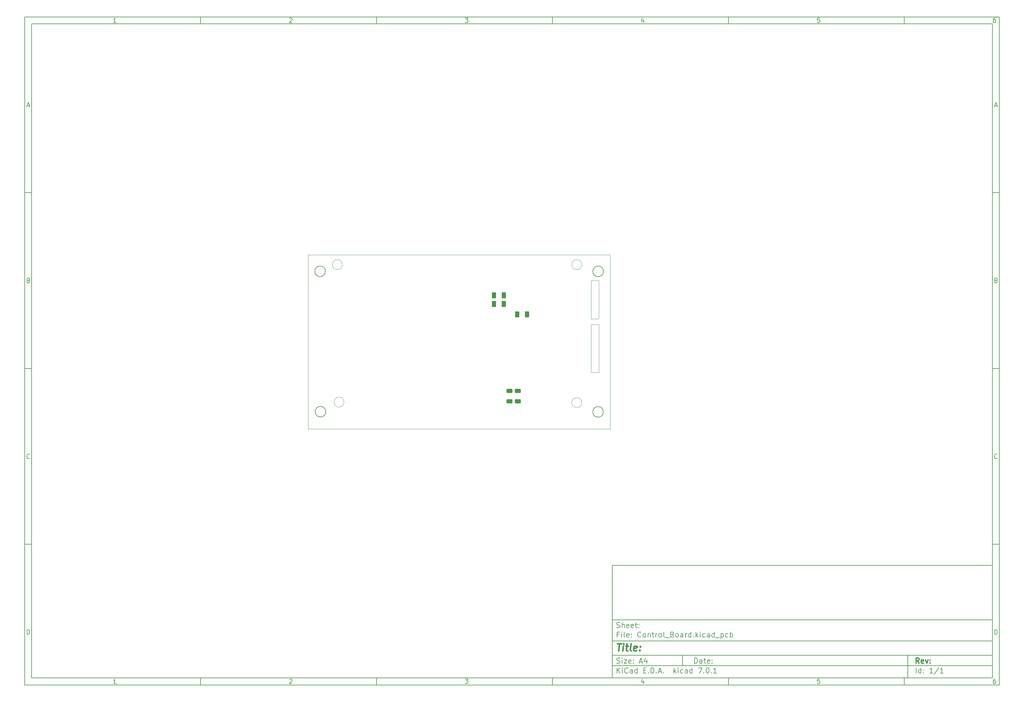
<source format=gbr>
%TF.GenerationSoftware,KiCad,Pcbnew,7.0.1*%
%TF.CreationDate,2023-11-03T16:51:15+00:00*%
%TF.ProjectId,Control_Board,436f6e74-726f-46c5-9f42-6f6172642e6b,rev?*%
%TF.SameCoordinates,Original*%
%TF.FileFunction,Paste,Bot*%
%TF.FilePolarity,Positive*%
%FSLAX45Y45*%
G04 Gerber Fmt 4.5, Leading zero omitted, Abs format (unit mm)*
G04 Created by KiCad (PCBNEW 7.0.1) date 2023-11-03 16:51:15*
%MOMM*%
%LPD*%
G01*
G04 APERTURE LIST*
G04 Aperture macros list*
%AMRoundRect*
0 Rectangle with rounded corners*
0 $1 Rounding radius*
0 $2 $3 $4 $5 $6 $7 $8 $9 X,Y pos of 4 corners*
0 Add a 4 corners polygon primitive as box body*
4,1,4,$2,$3,$4,$5,$6,$7,$8,$9,$2,$3,0*
0 Add four circle primitives for the rounded corners*
1,1,$1+$1,$2,$3*
1,1,$1+$1,$4,$5*
1,1,$1+$1,$6,$7*
1,1,$1+$1,$8,$9*
0 Add four rect primitives between the rounded corners*
20,1,$1+$1,$2,$3,$4,$5,0*
20,1,$1+$1,$4,$5,$6,$7,0*
20,1,$1+$1,$6,$7,$8,$9,0*
20,1,$1+$1,$8,$9,$2,$3,0*%
G04 Aperture macros list end*
%ADD10C,0.100000*%
%ADD11C,0.150000*%
%ADD12C,0.300000*%
%ADD13C,0.400000*%
%ADD14RoundRect,0.250000X-0.625000X0.312500X-0.625000X-0.312500X0.625000X-0.312500X0.625000X0.312500X0*%
%ADD15RoundRect,0.250000X-0.375000X-0.625000X0.375000X-0.625000X0.375000X0.625000X-0.375000X0.625000X0*%
%ADD16RoundRect,0.250000X0.625000X-0.312500X0.625000X0.312500X-0.625000X0.312500X-0.625000X-0.312500X0*%
%TA.AperFunction,Profile*%
%ADD17C,0.200000*%
%TD*%
%TA.AperFunction,Profile*%
%ADD18C,0.100000*%
%TD*%
G04 APERTURE END LIST*
D10*
D11*
X17700220Y-16600720D02*
X28500220Y-16600720D01*
X28500220Y-19800720D01*
X17700220Y-19800720D01*
X17700220Y-16600720D01*
D10*
D11*
X1000000Y-1000000D02*
X28700220Y-1000000D01*
X28700220Y-20000720D01*
X1000000Y-20000720D01*
X1000000Y-1000000D01*
D10*
D11*
X1200000Y-1200000D02*
X28500220Y-1200000D01*
X28500220Y-19800720D01*
X1200000Y-19800720D01*
X1200000Y-1200000D01*
D10*
D11*
X6000000Y-1200000D02*
X6000000Y-1000000D01*
D10*
D11*
X11000000Y-1200000D02*
X11000000Y-1000000D01*
D10*
D11*
X16000000Y-1200000D02*
X16000000Y-1000000D01*
D10*
D11*
X21000000Y-1200000D02*
X21000000Y-1000000D01*
D10*
D11*
X26000000Y-1200000D02*
X26000000Y-1000000D01*
D10*
D11*
X3599048Y-1160140D02*
X3524762Y-1160140D01*
X3561905Y-1160140D02*
X3561905Y-1030140D01*
X3561905Y-1030140D02*
X3549524Y-1048712D01*
X3549524Y-1048712D02*
X3537143Y-1061093D01*
X3537143Y-1061093D02*
X3524762Y-1067283D01*
D10*
D11*
X8524762Y-1042521D02*
X8530952Y-1036331D01*
X8530952Y-1036331D02*
X8543333Y-1030140D01*
X8543333Y-1030140D02*
X8574286Y-1030140D01*
X8574286Y-1030140D02*
X8586667Y-1036331D01*
X8586667Y-1036331D02*
X8592857Y-1042521D01*
X8592857Y-1042521D02*
X8599048Y-1054902D01*
X8599048Y-1054902D02*
X8599048Y-1067283D01*
X8599048Y-1067283D02*
X8592857Y-1085855D01*
X8592857Y-1085855D02*
X8518571Y-1160140D01*
X8518571Y-1160140D02*
X8599048Y-1160140D01*
D10*
D11*
X13518571Y-1030140D02*
X13599048Y-1030140D01*
X13599048Y-1030140D02*
X13555714Y-1079664D01*
X13555714Y-1079664D02*
X13574286Y-1079664D01*
X13574286Y-1079664D02*
X13586667Y-1085855D01*
X13586667Y-1085855D02*
X13592857Y-1092045D01*
X13592857Y-1092045D02*
X13599048Y-1104426D01*
X13599048Y-1104426D02*
X13599048Y-1135379D01*
X13599048Y-1135379D02*
X13592857Y-1147760D01*
X13592857Y-1147760D02*
X13586667Y-1153950D01*
X13586667Y-1153950D02*
X13574286Y-1160140D01*
X13574286Y-1160140D02*
X13537143Y-1160140D01*
X13537143Y-1160140D02*
X13524762Y-1153950D01*
X13524762Y-1153950D02*
X13518571Y-1147760D01*
D10*
D11*
X18586667Y-1073474D02*
X18586667Y-1160140D01*
X18555714Y-1023950D02*
X18524762Y-1116807D01*
X18524762Y-1116807D02*
X18605238Y-1116807D01*
D10*
D11*
X23592857Y-1030140D02*
X23530952Y-1030140D01*
X23530952Y-1030140D02*
X23524762Y-1092045D01*
X23524762Y-1092045D02*
X23530952Y-1085855D01*
X23530952Y-1085855D02*
X23543333Y-1079664D01*
X23543333Y-1079664D02*
X23574286Y-1079664D01*
X23574286Y-1079664D02*
X23586667Y-1085855D01*
X23586667Y-1085855D02*
X23592857Y-1092045D01*
X23592857Y-1092045D02*
X23599048Y-1104426D01*
X23599048Y-1104426D02*
X23599048Y-1135379D01*
X23599048Y-1135379D02*
X23592857Y-1147760D01*
X23592857Y-1147760D02*
X23586667Y-1153950D01*
X23586667Y-1153950D02*
X23574286Y-1160140D01*
X23574286Y-1160140D02*
X23543333Y-1160140D01*
X23543333Y-1160140D02*
X23530952Y-1153950D01*
X23530952Y-1153950D02*
X23524762Y-1147760D01*
D10*
D11*
X28586667Y-1030140D02*
X28561905Y-1030140D01*
X28561905Y-1030140D02*
X28549524Y-1036331D01*
X28549524Y-1036331D02*
X28543333Y-1042521D01*
X28543333Y-1042521D02*
X28530952Y-1061093D01*
X28530952Y-1061093D02*
X28524762Y-1085855D01*
X28524762Y-1085855D02*
X28524762Y-1135379D01*
X28524762Y-1135379D02*
X28530952Y-1147760D01*
X28530952Y-1147760D02*
X28537143Y-1153950D01*
X28537143Y-1153950D02*
X28549524Y-1160140D01*
X28549524Y-1160140D02*
X28574286Y-1160140D01*
X28574286Y-1160140D02*
X28586667Y-1153950D01*
X28586667Y-1153950D02*
X28592857Y-1147760D01*
X28592857Y-1147760D02*
X28599048Y-1135379D01*
X28599048Y-1135379D02*
X28599048Y-1104426D01*
X28599048Y-1104426D02*
X28592857Y-1092045D01*
X28592857Y-1092045D02*
X28586667Y-1085855D01*
X28586667Y-1085855D02*
X28574286Y-1079664D01*
X28574286Y-1079664D02*
X28549524Y-1079664D01*
X28549524Y-1079664D02*
X28537143Y-1085855D01*
X28537143Y-1085855D02*
X28530952Y-1092045D01*
X28530952Y-1092045D02*
X28524762Y-1104426D01*
D10*
D11*
X6000000Y-19800720D02*
X6000000Y-20000720D01*
D10*
D11*
X11000000Y-19800720D02*
X11000000Y-20000720D01*
D10*
D11*
X16000000Y-19800720D02*
X16000000Y-20000720D01*
D10*
D11*
X21000000Y-19800720D02*
X21000000Y-20000720D01*
D10*
D11*
X26000000Y-19800720D02*
X26000000Y-20000720D01*
D10*
D11*
X3599048Y-19960860D02*
X3524762Y-19960860D01*
X3561905Y-19960860D02*
X3561905Y-19830860D01*
X3561905Y-19830860D02*
X3549524Y-19849432D01*
X3549524Y-19849432D02*
X3537143Y-19861813D01*
X3537143Y-19861813D02*
X3524762Y-19868003D01*
D10*
D11*
X8524762Y-19843241D02*
X8530952Y-19837051D01*
X8530952Y-19837051D02*
X8543333Y-19830860D01*
X8543333Y-19830860D02*
X8574286Y-19830860D01*
X8574286Y-19830860D02*
X8586667Y-19837051D01*
X8586667Y-19837051D02*
X8592857Y-19843241D01*
X8592857Y-19843241D02*
X8599048Y-19855622D01*
X8599048Y-19855622D02*
X8599048Y-19868003D01*
X8599048Y-19868003D02*
X8592857Y-19886575D01*
X8592857Y-19886575D02*
X8518571Y-19960860D01*
X8518571Y-19960860D02*
X8599048Y-19960860D01*
D10*
D11*
X13518571Y-19830860D02*
X13599048Y-19830860D01*
X13599048Y-19830860D02*
X13555714Y-19880384D01*
X13555714Y-19880384D02*
X13574286Y-19880384D01*
X13574286Y-19880384D02*
X13586667Y-19886575D01*
X13586667Y-19886575D02*
X13592857Y-19892765D01*
X13592857Y-19892765D02*
X13599048Y-19905146D01*
X13599048Y-19905146D02*
X13599048Y-19936099D01*
X13599048Y-19936099D02*
X13592857Y-19948480D01*
X13592857Y-19948480D02*
X13586667Y-19954670D01*
X13586667Y-19954670D02*
X13574286Y-19960860D01*
X13574286Y-19960860D02*
X13537143Y-19960860D01*
X13537143Y-19960860D02*
X13524762Y-19954670D01*
X13524762Y-19954670D02*
X13518571Y-19948480D01*
D10*
D11*
X18586667Y-19874194D02*
X18586667Y-19960860D01*
X18555714Y-19824670D02*
X18524762Y-19917527D01*
X18524762Y-19917527D02*
X18605238Y-19917527D01*
D10*
D11*
X23592857Y-19830860D02*
X23530952Y-19830860D01*
X23530952Y-19830860D02*
X23524762Y-19892765D01*
X23524762Y-19892765D02*
X23530952Y-19886575D01*
X23530952Y-19886575D02*
X23543333Y-19880384D01*
X23543333Y-19880384D02*
X23574286Y-19880384D01*
X23574286Y-19880384D02*
X23586667Y-19886575D01*
X23586667Y-19886575D02*
X23592857Y-19892765D01*
X23592857Y-19892765D02*
X23599048Y-19905146D01*
X23599048Y-19905146D02*
X23599048Y-19936099D01*
X23599048Y-19936099D02*
X23592857Y-19948480D01*
X23592857Y-19948480D02*
X23586667Y-19954670D01*
X23586667Y-19954670D02*
X23574286Y-19960860D01*
X23574286Y-19960860D02*
X23543333Y-19960860D01*
X23543333Y-19960860D02*
X23530952Y-19954670D01*
X23530952Y-19954670D02*
X23524762Y-19948480D01*
D10*
D11*
X28586667Y-19830860D02*
X28561905Y-19830860D01*
X28561905Y-19830860D02*
X28549524Y-19837051D01*
X28549524Y-19837051D02*
X28543333Y-19843241D01*
X28543333Y-19843241D02*
X28530952Y-19861813D01*
X28530952Y-19861813D02*
X28524762Y-19886575D01*
X28524762Y-19886575D02*
X28524762Y-19936099D01*
X28524762Y-19936099D02*
X28530952Y-19948480D01*
X28530952Y-19948480D02*
X28537143Y-19954670D01*
X28537143Y-19954670D02*
X28549524Y-19960860D01*
X28549524Y-19960860D02*
X28574286Y-19960860D01*
X28574286Y-19960860D02*
X28586667Y-19954670D01*
X28586667Y-19954670D02*
X28592857Y-19948480D01*
X28592857Y-19948480D02*
X28599048Y-19936099D01*
X28599048Y-19936099D02*
X28599048Y-19905146D01*
X28599048Y-19905146D02*
X28592857Y-19892765D01*
X28592857Y-19892765D02*
X28586667Y-19886575D01*
X28586667Y-19886575D02*
X28574286Y-19880384D01*
X28574286Y-19880384D02*
X28549524Y-19880384D01*
X28549524Y-19880384D02*
X28537143Y-19886575D01*
X28537143Y-19886575D02*
X28530952Y-19892765D01*
X28530952Y-19892765D02*
X28524762Y-19905146D01*
D10*
D11*
X1000000Y-6000000D02*
X1200000Y-6000000D01*
D10*
D11*
X1000000Y-11000000D02*
X1200000Y-11000000D01*
D10*
D11*
X1000000Y-16000000D02*
X1200000Y-16000000D01*
D10*
D11*
X1069048Y-3522998D02*
X1130952Y-3522998D01*
X1056667Y-3560140D02*
X1100000Y-3430140D01*
X1100000Y-3430140D02*
X1143333Y-3560140D01*
D10*
D11*
X1109286Y-8492045D02*
X1127857Y-8498236D01*
X1127857Y-8498236D02*
X1134048Y-8504426D01*
X1134048Y-8504426D02*
X1140238Y-8516807D01*
X1140238Y-8516807D02*
X1140238Y-8535379D01*
X1140238Y-8535379D02*
X1134048Y-8547760D01*
X1134048Y-8547760D02*
X1127857Y-8553950D01*
X1127857Y-8553950D02*
X1115476Y-8560140D01*
X1115476Y-8560140D02*
X1065952Y-8560140D01*
X1065952Y-8560140D02*
X1065952Y-8430140D01*
X1065952Y-8430140D02*
X1109286Y-8430140D01*
X1109286Y-8430140D02*
X1121667Y-8436331D01*
X1121667Y-8436331D02*
X1127857Y-8442521D01*
X1127857Y-8442521D02*
X1134048Y-8454902D01*
X1134048Y-8454902D02*
X1134048Y-8467283D01*
X1134048Y-8467283D02*
X1127857Y-8479664D01*
X1127857Y-8479664D02*
X1121667Y-8485855D01*
X1121667Y-8485855D02*
X1109286Y-8492045D01*
X1109286Y-8492045D02*
X1065952Y-8492045D01*
D10*
D11*
X1140238Y-13547759D02*
X1134048Y-13553950D01*
X1134048Y-13553950D02*
X1115476Y-13560140D01*
X1115476Y-13560140D02*
X1103095Y-13560140D01*
X1103095Y-13560140D02*
X1084524Y-13553950D01*
X1084524Y-13553950D02*
X1072143Y-13541569D01*
X1072143Y-13541569D02*
X1065952Y-13529188D01*
X1065952Y-13529188D02*
X1059762Y-13504426D01*
X1059762Y-13504426D02*
X1059762Y-13485855D01*
X1059762Y-13485855D02*
X1065952Y-13461093D01*
X1065952Y-13461093D02*
X1072143Y-13448712D01*
X1072143Y-13448712D02*
X1084524Y-13436331D01*
X1084524Y-13436331D02*
X1103095Y-13430140D01*
X1103095Y-13430140D02*
X1115476Y-13430140D01*
X1115476Y-13430140D02*
X1134048Y-13436331D01*
X1134048Y-13436331D02*
X1140238Y-13442521D01*
D10*
D11*
X1065952Y-18560140D02*
X1065952Y-18430140D01*
X1065952Y-18430140D02*
X1096905Y-18430140D01*
X1096905Y-18430140D02*
X1115476Y-18436331D01*
X1115476Y-18436331D02*
X1127857Y-18448712D01*
X1127857Y-18448712D02*
X1134048Y-18461093D01*
X1134048Y-18461093D02*
X1140238Y-18485855D01*
X1140238Y-18485855D02*
X1140238Y-18504426D01*
X1140238Y-18504426D02*
X1134048Y-18529188D01*
X1134048Y-18529188D02*
X1127857Y-18541569D01*
X1127857Y-18541569D02*
X1115476Y-18553950D01*
X1115476Y-18553950D02*
X1096905Y-18560140D01*
X1096905Y-18560140D02*
X1065952Y-18560140D01*
D10*
D11*
X28700220Y-6000000D02*
X28500220Y-6000000D01*
D10*
D11*
X28700220Y-11000000D02*
X28500220Y-11000000D01*
D10*
D11*
X28700220Y-16000000D02*
X28500220Y-16000000D01*
D10*
D11*
X28569268Y-3522998D02*
X28631172Y-3522998D01*
X28556887Y-3560140D02*
X28600220Y-3430140D01*
X28600220Y-3430140D02*
X28643553Y-3560140D01*
D10*
D11*
X28609506Y-8492045D02*
X28628077Y-8498236D01*
X28628077Y-8498236D02*
X28634268Y-8504426D01*
X28634268Y-8504426D02*
X28640458Y-8516807D01*
X28640458Y-8516807D02*
X28640458Y-8535379D01*
X28640458Y-8535379D02*
X28634268Y-8547760D01*
X28634268Y-8547760D02*
X28628077Y-8553950D01*
X28628077Y-8553950D02*
X28615696Y-8560140D01*
X28615696Y-8560140D02*
X28566172Y-8560140D01*
X28566172Y-8560140D02*
X28566172Y-8430140D01*
X28566172Y-8430140D02*
X28609506Y-8430140D01*
X28609506Y-8430140D02*
X28621887Y-8436331D01*
X28621887Y-8436331D02*
X28628077Y-8442521D01*
X28628077Y-8442521D02*
X28634268Y-8454902D01*
X28634268Y-8454902D02*
X28634268Y-8467283D01*
X28634268Y-8467283D02*
X28628077Y-8479664D01*
X28628077Y-8479664D02*
X28621887Y-8485855D01*
X28621887Y-8485855D02*
X28609506Y-8492045D01*
X28609506Y-8492045D02*
X28566172Y-8492045D01*
D10*
D11*
X28640458Y-13547759D02*
X28634268Y-13553950D01*
X28634268Y-13553950D02*
X28615696Y-13560140D01*
X28615696Y-13560140D02*
X28603315Y-13560140D01*
X28603315Y-13560140D02*
X28584744Y-13553950D01*
X28584744Y-13553950D02*
X28572363Y-13541569D01*
X28572363Y-13541569D02*
X28566172Y-13529188D01*
X28566172Y-13529188D02*
X28559982Y-13504426D01*
X28559982Y-13504426D02*
X28559982Y-13485855D01*
X28559982Y-13485855D02*
X28566172Y-13461093D01*
X28566172Y-13461093D02*
X28572363Y-13448712D01*
X28572363Y-13448712D02*
X28584744Y-13436331D01*
X28584744Y-13436331D02*
X28603315Y-13430140D01*
X28603315Y-13430140D02*
X28615696Y-13430140D01*
X28615696Y-13430140D02*
X28634268Y-13436331D01*
X28634268Y-13436331D02*
X28640458Y-13442521D01*
D10*
D11*
X28566172Y-18560140D02*
X28566172Y-18430140D01*
X28566172Y-18430140D02*
X28597125Y-18430140D01*
X28597125Y-18430140D02*
X28615696Y-18436331D01*
X28615696Y-18436331D02*
X28628077Y-18448712D01*
X28628077Y-18448712D02*
X28634268Y-18461093D01*
X28634268Y-18461093D02*
X28640458Y-18485855D01*
X28640458Y-18485855D02*
X28640458Y-18504426D01*
X28640458Y-18504426D02*
X28634268Y-18529188D01*
X28634268Y-18529188D02*
X28628077Y-18541569D01*
X28628077Y-18541569D02*
X28615696Y-18553950D01*
X28615696Y-18553950D02*
X28597125Y-18560140D01*
X28597125Y-18560140D02*
X28566172Y-18560140D01*
D10*
D11*
X20035934Y-19380113D02*
X20035934Y-19230113D01*
X20035934Y-19230113D02*
X20071649Y-19230113D01*
X20071649Y-19230113D02*
X20093077Y-19237256D01*
X20093077Y-19237256D02*
X20107363Y-19251541D01*
X20107363Y-19251541D02*
X20114506Y-19265827D01*
X20114506Y-19265827D02*
X20121649Y-19294399D01*
X20121649Y-19294399D02*
X20121649Y-19315827D01*
X20121649Y-19315827D02*
X20114506Y-19344399D01*
X20114506Y-19344399D02*
X20107363Y-19358684D01*
X20107363Y-19358684D02*
X20093077Y-19372970D01*
X20093077Y-19372970D02*
X20071649Y-19380113D01*
X20071649Y-19380113D02*
X20035934Y-19380113D01*
X20250220Y-19380113D02*
X20250220Y-19301541D01*
X20250220Y-19301541D02*
X20243077Y-19287256D01*
X20243077Y-19287256D02*
X20228791Y-19280113D01*
X20228791Y-19280113D02*
X20200220Y-19280113D01*
X20200220Y-19280113D02*
X20185934Y-19287256D01*
X20250220Y-19372970D02*
X20235934Y-19380113D01*
X20235934Y-19380113D02*
X20200220Y-19380113D01*
X20200220Y-19380113D02*
X20185934Y-19372970D01*
X20185934Y-19372970D02*
X20178791Y-19358684D01*
X20178791Y-19358684D02*
X20178791Y-19344399D01*
X20178791Y-19344399D02*
X20185934Y-19330113D01*
X20185934Y-19330113D02*
X20200220Y-19322970D01*
X20200220Y-19322970D02*
X20235934Y-19322970D01*
X20235934Y-19322970D02*
X20250220Y-19315827D01*
X20300220Y-19280113D02*
X20357363Y-19280113D01*
X20321649Y-19230113D02*
X20321649Y-19358684D01*
X20321649Y-19358684D02*
X20328791Y-19372970D01*
X20328791Y-19372970D02*
X20343077Y-19380113D01*
X20343077Y-19380113D02*
X20357363Y-19380113D01*
X20464506Y-19372970D02*
X20450220Y-19380113D01*
X20450220Y-19380113D02*
X20421649Y-19380113D01*
X20421649Y-19380113D02*
X20407363Y-19372970D01*
X20407363Y-19372970D02*
X20400220Y-19358684D01*
X20400220Y-19358684D02*
X20400220Y-19301541D01*
X20400220Y-19301541D02*
X20407363Y-19287256D01*
X20407363Y-19287256D02*
X20421649Y-19280113D01*
X20421649Y-19280113D02*
X20450220Y-19280113D01*
X20450220Y-19280113D02*
X20464506Y-19287256D01*
X20464506Y-19287256D02*
X20471649Y-19301541D01*
X20471649Y-19301541D02*
X20471649Y-19315827D01*
X20471649Y-19315827D02*
X20400220Y-19330113D01*
X20535934Y-19365827D02*
X20543077Y-19372970D01*
X20543077Y-19372970D02*
X20535934Y-19380113D01*
X20535934Y-19380113D02*
X20528791Y-19372970D01*
X20528791Y-19372970D02*
X20535934Y-19365827D01*
X20535934Y-19365827D02*
X20535934Y-19380113D01*
X20535934Y-19287256D02*
X20543077Y-19294399D01*
X20543077Y-19294399D02*
X20535934Y-19301541D01*
X20535934Y-19301541D02*
X20528791Y-19294399D01*
X20528791Y-19294399D02*
X20535934Y-19287256D01*
X20535934Y-19287256D02*
X20535934Y-19301541D01*
D10*
D11*
X17700220Y-19450720D02*
X28500220Y-19450720D01*
D10*
D11*
X17835934Y-19660113D02*
X17835934Y-19510113D01*
X17921649Y-19660113D02*
X17857363Y-19574399D01*
X17921649Y-19510113D02*
X17835934Y-19595827D01*
X17985934Y-19660113D02*
X17985934Y-19560113D01*
X17985934Y-19510113D02*
X17978791Y-19517256D01*
X17978791Y-19517256D02*
X17985934Y-19524399D01*
X17985934Y-19524399D02*
X17993077Y-19517256D01*
X17993077Y-19517256D02*
X17985934Y-19510113D01*
X17985934Y-19510113D02*
X17985934Y-19524399D01*
X18143077Y-19645827D02*
X18135934Y-19652970D01*
X18135934Y-19652970D02*
X18114506Y-19660113D01*
X18114506Y-19660113D02*
X18100220Y-19660113D01*
X18100220Y-19660113D02*
X18078791Y-19652970D01*
X18078791Y-19652970D02*
X18064506Y-19638684D01*
X18064506Y-19638684D02*
X18057363Y-19624399D01*
X18057363Y-19624399D02*
X18050220Y-19595827D01*
X18050220Y-19595827D02*
X18050220Y-19574399D01*
X18050220Y-19574399D02*
X18057363Y-19545827D01*
X18057363Y-19545827D02*
X18064506Y-19531541D01*
X18064506Y-19531541D02*
X18078791Y-19517256D01*
X18078791Y-19517256D02*
X18100220Y-19510113D01*
X18100220Y-19510113D02*
X18114506Y-19510113D01*
X18114506Y-19510113D02*
X18135934Y-19517256D01*
X18135934Y-19517256D02*
X18143077Y-19524399D01*
X18271649Y-19660113D02*
X18271649Y-19581541D01*
X18271649Y-19581541D02*
X18264506Y-19567256D01*
X18264506Y-19567256D02*
X18250220Y-19560113D01*
X18250220Y-19560113D02*
X18221649Y-19560113D01*
X18221649Y-19560113D02*
X18207363Y-19567256D01*
X18271649Y-19652970D02*
X18257363Y-19660113D01*
X18257363Y-19660113D02*
X18221649Y-19660113D01*
X18221649Y-19660113D02*
X18207363Y-19652970D01*
X18207363Y-19652970D02*
X18200220Y-19638684D01*
X18200220Y-19638684D02*
X18200220Y-19624399D01*
X18200220Y-19624399D02*
X18207363Y-19610113D01*
X18207363Y-19610113D02*
X18221649Y-19602970D01*
X18221649Y-19602970D02*
X18257363Y-19602970D01*
X18257363Y-19602970D02*
X18271649Y-19595827D01*
X18407363Y-19660113D02*
X18407363Y-19510113D01*
X18407363Y-19652970D02*
X18393077Y-19660113D01*
X18393077Y-19660113D02*
X18364506Y-19660113D01*
X18364506Y-19660113D02*
X18350220Y-19652970D01*
X18350220Y-19652970D02*
X18343077Y-19645827D01*
X18343077Y-19645827D02*
X18335934Y-19631541D01*
X18335934Y-19631541D02*
X18335934Y-19588684D01*
X18335934Y-19588684D02*
X18343077Y-19574399D01*
X18343077Y-19574399D02*
X18350220Y-19567256D01*
X18350220Y-19567256D02*
X18364506Y-19560113D01*
X18364506Y-19560113D02*
X18393077Y-19560113D01*
X18393077Y-19560113D02*
X18407363Y-19567256D01*
X18593077Y-19581541D02*
X18643077Y-19581541D01*
X18664506Y-19660113D02*
X18593077Y-19660113D01*
X18593077Y-19660113D02*
X18593077Y-19510113D01*
X18593077Y-19510113D02*
X18664506Y-19510113D01*
X18728791Y-19645827D02*
X18735934Y-19652970D01*
X18735934Y-19652970D02*
X18728791Y-19660113D01*
X18728791Y-19660113D02*
X18721649Y-19652970D01*
X18721649Y-19652970D02*
X18728791Y-19645827D01*
X18728791Y-19645827D02*
X18728791Y-19660113D01*
X18800220Y-19660113D02*
X18800220Y-19510113D01*
X18800220Y-19510113D02*
X18835934Y-19510113D01*
X18835934Y-19510113D02*
X18857363Y-19517256D01*
X18857363Y-19517256D02*
X18871649Y-19531541D01*
X18871649Y-19531541D02*
X18878792Y-19545827D01*
X18878792Y-19545827D02*
X18885934Y-19574399D01*
X18885934Y-19574399D02*
X18885934Y-19595827D01*
X18885934Y-19595827D02*
X18878792Y-19624399D01*
X18878792Y-19624399D02*
X18871649Y-19638684D01*
X18871649Y-19638684D02*
X18857363Y-19652970D01*
X18857363Y-19652970D02*
X18835934Y-19660113D01*
X18835934Y-19660113D02*
X18800220Y-19660113D01*
X18950220Y-19645827D02*
X18957363Y-19652970D01*
X18957363Y-19652970D02*
X18950220Y-19660113D01*
X18950220Y-19660113D02*
X18943077Y-19652970D01*
X18943077Y-19652970D02*
X18950220Y-19645827D01*
X18950220Y-19645827D02*
X18950220Y-19660113D01*
X19014506Y-19617256D02*
X19085934Y-19617256D01*
X19000220Y-19660113D02*
X19050220Y-19510113D01*
X19050220Y-19510113D02*
X19100220Y-19660113D01*
X19150220Y-19645827D02*
X19157363Y-19652970D01*
X19157363Y-19652970D02*
X19150220Y-19660113D01*
X19150220Y-19660113D02*
X19143077Y-19652970D01*
X19143077Y-19652970D02*
X19150220Y-19645827D01*
X19150220Y-19645827D02*
X19150220Y-19660113D01*
X19450220Y-19660113D02*
X19450220Y-19510113D01*
X19464506Y-19602970D02*
X19507363Y-19660113D01*
X19507363Y-19560113D02*
X19450220Y-19617256D01*
X19571649Y-19660113D02*
X19571649Y-19560113D01*
X19571649Y-19510113D02*
X19564506Y-19517256D01*
X19564506Y-19517256D02*
X19571649Y-19524399D01*
X19571649Y-19524399D02*
X19578792Y-19517256D01*
X19578792Y-19517256D02*
X19571649Y-19510113D01*
X19571649Y-19510113D02*
X19571649Y-19524399D01*
X19707363Y-19652970D02*
X19693077Y-19660113D01*
X19693077Y-19660113D02*
X19664506Y-19660113D01*
X19664506Y-19660113D02*
X19650220Y-19652970D01*
X19650220Y-19652970D02*
X19643077Y-19645827D01*
X19643077Y-19645827D02*
X19635934Y-19631541D01*
X19635934Y-19631541D02*
X19635934Y-19588684D01*
X19635934Y-19588684D02*
X19643077Y-19574399D01*
X19643077Y-19574399D02*
X19650220Y-19567256D01*
X19650220Y-19567256D02*
X19664506Y-19560113D01*
X19664506Y-19560113D02*
X19693077Y-19560113D01*
X19693077Y-19560113D02*
X19707363Y-19567256D01*
X19835934Y-19660113D02*
X19835934Y-19581541D01*
X19835934Y-19581541D02*
X19828792Y-19567256D01*
X19828792Y-19567256D02*
X19814506Y-19560113D01*
X19814506Y-19560113D02*
X19785934Y-19560113D01*
X19785934Y-19560113D02*
X19771649Y-19567256D01*
X19835934Y-19652970D02*
X19821649Y-19660113D01*
X19821649Y-19660113D02*
X19785934Y-19660113D01*
X19785934Y-19660113D02*
X19771649Y-19652970D01*
X19771649Y-19652970D02*
X19764506Y-19638684D01*
X19764506Y-19638684D02*
X19764506Y-19624399D01*
X19764506Y-19624399D02*
X19771649Y-19610113D01*
X19771649Y-19610113D02*
X19785934Y-19602970D01*
X19785934Y-19602970D02*
X19821649Y-19602970D01*
X19821649Y-19602970D02*
X19835934Y-19595827D01*
X19971649Y-19660113D02*
X19971649Y-19510113D01*
X19971649Y-19652970D02*
X19957363Y-19660113D01*
X19957363Y-19660113D02*
X19928792Y-19660113D01*
X19928792Y-19660113D02*
X19914506Y-19652970D01*
X19914506Y-19652970D02*
X19907363Y-19645827D01*
X19907363Y-19645827D02*
X19900220Y-19631541D01*
X19900220Y-19631541D02*
X19900220Y-19588684D01*
X19900220Y-19588684D02*
X19907363Y-19574399D01*
X19907363Y-19574399D02*
X19914506Y-19567256D01*
X19914506Y-19567256D02*
X19928792Y-19560113D01*
X19928792Y-19560113D02*
X19957363Y-19560113D01*
X19957363Y-19560113D02*
X19971649Y-19567256D01*
X20143077Y-19510113D02*
X20243077Y-19510113D01*
X20243077Y-19510113D02*
X20178792Y-19660113D01*
X20300220Y-19645827D02*
X20307363Y-19652970D01*
X20307363Y-19652970D02*
X20300220Y-19660113D01*
X20300220Y-19660113D02*
X20293077Y-19652970D01*
X20293077Y-19652970D02*
X20300220Y-19645827D01*
X20300220Y-19645827D02*
X20300220Y-19660113D01*
X20400220Y-19510113D02*
X20414506Y-19510113D01*
X20414506Y-19510113D02*
X20428792Y-19517256D01*
X20428792Y-19517256D02*
X20435934Y-19524399D01*
X20435934Y-19524399D02*
X20443077Y-19538684D01*
X20443077Y-19538684D02*
X20450220Y-19567256D01*
X20450220Y-19567256D02*
X20450220Y-19602970D01*
X20450220Y-19602970D02*
X20443077Y-19631541D01*
X20443077Y-19631541D02*
X20435934Y-19645827D01*
X20435934Y-19645827D02*
X20428792Y-19652970D01*
X20428792Y-19652970D02*
X20414506Y-19660113D01*
X20414506Y-19660113D02*
X20400220Y-19660113D01*
X20400220Y-19660113D02*
X20385934Y-19652970D01*
X20385934Y-19652970D02*
X20378792Y-19645827D01*
X20378792Y-19645827D02*
X20371649Y-19631541D01*
X20371649Y-19631541D02*
X20364506Y-19602970D01*
X20364506Y-19602970D02*
X20364506Y-19567256D01*
X20364506Y-19567256D02*
X20371649Y-19538684D01*
X20371649Y-19538684D02*
X20378792Y-19524399D01*
X20378792Y-19524399D02*
X20385934Y-19517256D01*
X20385934Y-19517256D02*
X20400220Y-19510113D01*
X20514506Y-19645827D02*
X20521649Y-19652970D01*
X20521649Y-19652970D02*
X20514506Y-19660113D01*
X20514506Y-19660113D02*
X20507363Y-19652970D01*
X20507363Y-19652970D02*
X20514506Y-19645827D01*
X20514506Y-19645827D02*
X20514506Y-19660113D01*
X20664506Y-19660113D02*
X20578792Y-19660113D01*
X20621649Y-19660113D02*
X20621649Y-19510113D01*
X20621649Y-19510113D02*
X20607363Y-19531541D01*
X20607363Y-19531541D02*
X20593077Y-19545827D01*
X20593077Y-19545827D02*
X20578792Y-19552970D01*
D10*
D11*
X17700220Y-19150720D02*
X28500220Y-19150720D01*
D10*
D12*
X26421648Y-19380113D02*
X26371648Y-19308684D01*
X26335934Y-19380113D02*
X26335934Y-19230113D01*
X26335934Y-19230113D02*
X26393077Y-19230113D01*
X26393077Y-19230113D02*
X26407363Y-19237256D01*
X26407363Y-19237256D02*
X26414506Y-19244399D01*
X26414506Y-19244399D02*
X26421648Y-19258684D01*
X26421648Y-19258684D02*
X26421648Y-19280113D01*
X26421648Y-19280113D02*
X26414506Y-19294399D01*
X26414506Y-19294399D02*
X26407363Y-19301541D01*
X26407363Y-19301541D02*
X26393077Y-19308684D01*
X26393077Y-19308684D02*
X26335934Y-19308684D01*
X26543077Y-19372970D02*
X26528791Y-19380113D01*
X26528791Y-19380113D02*
X26500220Y-19380113D01*
X26500220Y-19380113D02*
X26485934Y-19372970D01*
X26485934Y-19372970D02*
X26478791Y-19358684D01*
X26478791Y-19358684D02*
X26478791Y-19301541D01*
X26478791Y-19301541D02*
X26485934Y-19287256D01*
X26485934Y-19287256D02*
X26500220Y-19280113D01*
X26500220Y-19280113D02*
X26528791Y-19280113D01*
X26528791Y-19280113D02*
X26543077Y-19287256D01*
X26543077Y-19287256D02*
X26550220Y-19301541D01*
X26550220Y-19301541D02*
X26550220Y-19315827D01*
X26550220Y-19315827D02*
X26478791Y-19330113D01*
X26600220Y-19280113D02*
X26635934Y-19380113D01*
X26635934Y-19380113D02*
X26671648Y-19280113D01*
X26728791Y-19365827D02*
X26735934Y-19372970D01*
X26735934Y-19372970D02*
X26728791Y-19380113D01*
X26728791Y-19380113D02*
X26721648Y-19372970D01*
X26721648Y-19372970D02*
X26728791Y-19365827D01*
X26728791Y-19365827D02*
X26728791Y-19380113D01*
X26728791Y-19287256D02*
X26735934Y-19294399D01*
X26735934Y-19294399D02*
X26728791Y-19301541D01*
X26728791Y-19301541D02*
X26721648Y-19294399D01*
X26721648Y-19294399D02*
X26728791Y-19287256D01*
X26728791Y-19287256D02*
X26728791Y-19301541D01*
D10*
D11*
X17828791Y-19372970D02*
X17850220Y-19380113D01*
X17850220Y-19380113D02*
X17885934Y-19380113D01*
X17885934Y-19380113D02*
X17900220Y-19372970D01*
X17900220Y-19372970D02*
X17907363Y-19365827D01*
X17907363Y-19365827D02*
X17914506Y-19351541D01*
X17914506Y-19351541D02*
X17914506Y-19337256D01*
X17914506Y-19337256D02*
X17907363Y-19322970D01*
X17907363Y-19322970D02*
X17900220Y-19315827D01*
X17900220Y-19315827D02*
X17885934Y-19308684D01*
X17885934Y-19308684D02*
X17857363Y-19301541D01*
X17857363Y-19301541D02*
X17843077Y-19294399D01*
X17843077Y-19294399D02*
X17835934Y-19287256D01*
X17835934Y-19287256D02*
X17828791Y-19272970D01*
X17828791Y-19272970D02*
X17828791Y-19258684D01*
X17828791Y-19258684D02*
X17835934Y-19244399D01*
X17835934Y-19244399D02*
X17843077Y-19237256D01*
X17843077Y-19237256D02*
X17857363Y-19230113D01*
X17857363Y-19230113D02*
X17893077Y-19230113D01*
X17893077Y-19230113D02*
X17914506Y-19237256D01*
X17978791Y-19380113D02*
X17978791Y-19280113D01*
X17978791Y-19230113D02*
X17971649Y-19237256D01*
X17971649Y-19237256D02*
X17978791Y-19244399D01*
X17978791Y-19244399D02*
X17985934Y-19237256D01*
X17985934Y-19237256D02*
X17978791Y-19230113D01*
X17978791Y-19230113D02*
X17978791Y-19244399D01*
X18035934Y-19280113D02*
X18114506Y-19280113D01*
X18114506Y-19280113D02*
X18035934Y-19380113D01*
X18035934Y-19380113D02*
X18114506Y-19380113D01*
X18228791Y-19372970D02*
X18214506Y-19380113D01*
X18214506Y-19380113D02*
X18185934Y-19380113D01*
X18185934Y-19380113D02*
X18171649Y-19372970D01*
X18171649Y-19372970D02*
X18164506Y-19358684D01*
X18164506Y-19358684D02*
X18164506Y-19301541D01*
X18164506Y-19301541D02*
X18171649Y-19287256D01*
X18171649Y-19287256D02*
X18185934Y-19280113D01*
X18185934Y-19280113D02*
X18214506Y-19280113D01*
X18214506Y-19280113D02*
X18228791Y-19287256D01*
X18228791Y-19287256D02*
X18235934Y-19301541D01*
X18235934Y-19301541D02*
X18235934Y-19315827D01*
X18235934Y-19315827D02*
X18164506Y-19330113D01*
X18300220Y-19365827D02*
X18307363Y-19372970D01*
X18307363Y-19372970D02*
X18300220Y-19380113D01*
X18300220Y-19380113D02*
X18293077Y-19372970D01*
X18293077Y-19372970D02*
X18300220Y-19365827D01*
X18300220Y-19365827D02*
X18300220Y-19380113D01*
X18300220Y-19287256D02*
X18307363Y-19294399D01*
X18307363Y-19294399D02*
X18300220Y-19301541D01*
X18300220Y-19301541D02*
X18293077Y-19294399D01*
X18293077Y-19294399D02*
X18300220Y-19287256D01*
X18300220Y-19287256D02*
X18300220Y-19301541D01*
X18478791Y-19337256D02*
X18550220Y-19337256D01*
X18464506Y-19380113D02*
X18514506Y-19230113D01*
X18514506Y-19230113D02*
X18564506Y-19380113D01*
X18678791Y-19280113D02*
X18678791Y-19380113D01*
X18643077Y-19222970D02*
X18607363Y-19330113D01*
X18607363Y-19330113D02*
X18700220Y-19330113D01*
D10*
D11*
X26335934Y-19660113D02*
X26335934Y-19510113D01*
X26471649Y-19660113D02*
X26471649Y-19510113D01*
X26471649Y-19652970D02*
X26457363Y-19660113D01*
X26457363Y-19660113D02*
X26428791Y-19660113D01*
X26428791Y-19660113D02*
X26414506Y-19652970D01*
X26414506Y-19652970D02*
X26407363Y-19645827D01*
X26407363Y-19645827D02*
X26400220Y-19631541D01*
X26400220Y-19631541D02*
X26400220Y-19588684D01*
X26400220Y-19588684D02*
X26407363Y-19574399D01*
X26407363Y-19574399D02*
X26414506Y-19567256D01*
X26414506Y-19567256D02*
X26428791Y-19560113D01*
X26428791Y-19560113D02*
X26457363Y-19560113D01*
X26457363Y-19560113D02*
X26471649Y-19567256D01*
X26543077Y-19645827D02*
X26550220Y-19652970D01*
X26550220Y-19652970D02*
X26543077Y-19660113D01*
X26543077Y-19660113D02*
X26535934Y-19652970D01*
X26535934Y-19652970D02*
X26543077Y-19645827D01*
X26543077Y-19645827D02*
X26543077Y-19660113D01*
X26543077Y-19567256D02*
X26550220Y-19574399D01*
X26550220Y-19574399D02*
X26543077Y-19581541D01*
X26543077Y-19581541D02*
X26535934Y-19574399D01*
X26535934Y-19574399D02*
X26543077Y-19567256D01*
X26543077Y-19567256D02*
X26543077Y-19581541D01*
X26807363Y-19660113D02*
X26721649Y-19660113D01*
X26764506Y-19660113D02*
X26764506Y-19510113D01*
X26764506Y-19510113D02*
X26750220Y-19531541D01*
X26750220Y-19531541D02*
X26735934Y-19545827D01*
X26735934Y-19545827D02*
X26721649Y-19552970D01*
X26978791Y-19502970D02*
X26850220Y-19695827D01*
X27107363Y-19660113D02*
X27021649Y-19660113D01*
X27064506Y-19660113D02*
X27064506Y-19510113D01*
X27064506Y-19510113D02*
X27050220Y-19531541D01*
X27050220Y-19531541D02*
X27035934Y-19545827D01*
X27035934Y-19545827D02*
X27021649Y-19552970D01*
D10*
D11*
X17700220Y-18750720D02*
X28500220Y-18750720D01*
D10*
D13*
X17843077Y-18823244D02*
X17957363Y-18823244D01*
X17875220Y-19023244D02*
X17900220Y-18823244D01*
X17997839Y-19023244D02*
X18014506Y-18889910D01*
X18022839Y-18823244D02*
X18012125Y-18832768D01*
X18012125Y-18832768D02*
X18020458Y-18842291D01*
X18020458Y-18842291D02*
X18031172Y-18832768D01*
X18031172Y-18832768D02*
X18022839Y-18823244D01*
X18022839Y-18823244D02*
X18020458Y-18842291D01*
X18079982Y-18889910D02*
X18156172Y-18889910D01*
X18116887Y-18823244D02*
X18095458Y-18994672D01*
X18095458Y-18994672D02*
X18102601Y-19013720D01*
X18102601Y-19013720D02*
X18120458Y-19023244D01*
X18120458Y-19023244D02*
X18139506Y-19023244D01*
X18233553Y-19023244D02*
X18215696Y-19013720D01*
X18215696Y-19013720D02*
X18208553Y-18994672D01*
X18208553Y-18994672D02*
X18229982Y-18823244D01*
X18385934Y-19013720D02*
X18365696Y-19023244D01*
X18365696Y-19023244D02*
X18327601Y-19023244D01*
X18327601Y-19023244D02*
X18309744Y-19013720D01*
X18309744Y-19013720D02*
X18302601Y-18994672D01*
X18302601Y-18994672D02*
X18312125Y-18918482D01*
X18312125Y-18918482D02*
X18324029Y-18899434D01*
X18324029Y-18899434D02*
X18344268Y-18889910D01*
X18344268Y-18889910D02*
X18382363Y-18889910D01*
X18382363Y-18889910D02*
X18400220Y-18899434D01*
X18400220Y-18899434D02*
X18407363Y-18918482D01*
X18407363Y-18918482D02*
X18404982Y-18937530D01*
X18404982Y-18937530D02*
X18307363Y-18956577D01*
X18481172Y-19004196D02*
X18489506Y-19013720D01*
X18489506Y-19013720D02*
X18478791Y-19023244D01*
X18478791Y-19023244D02*
X18470458Y-19013720D01*
X18470458Y-19013720D02*
X18481172Y-19004196D01*
X18481172Y-19004196D02*
X18478791Y-19023244D01*
X18494268Y-18899434D02*
X18502601Y-18908958D01*
X18502601Y-18908958D02*
X18491887Y-18918482D01*
X18491887Y-18918482D02*
X18483553Y-18908958D01*
X18483553Y-18908958D02*
X18494268Y-18899434D01*
X18494268Y-18899434D02*
X18491887Y-18918482D01*
D10*
D11*
X17885934Y-18561541D02*
X17835934Y-18561541D01*
X17835934Y-18640113D02*
X17835934Y-18490113D01*
X17835934Y-18490113D02*
X17907363Y-18490113D01*
X17964506Y-18640113D02*
X17964506Y-18540113D01*
X17964506Y-18490113D02*
X17957363Y-18497256D01*
X17957363Y-18497256D02*
X17964506Y-18504399D01*
X17964506Y-18504399D02*
X17971649Y-18497256D01*
X17971649Y-18497256D02*
X17964506Y-18490113D01*
X17964506Y-18490113D02*
X17964506Y-18504399D01*
X18057363Y-18640113D02*
X18043077Y-18632970D01*
X18043077Y-18632970D02*
X18035934Y-18618684D01*
X18035934Y-18618684D02*
X18035934Y-18490113D01*
X18171649Y-18632970D02*
X18157363Y-18640113D01*
X18157363Y-18640113D02*
X18128791Y-18640113D01*
X18128791Y-18640113D02*
X18114506Y-18632970D01*
X18114506Y-18632970D02*
X18107363Y-18618684D01*
X18107363Y-18618684D02*
X18107363Y-18561541D01*
X18107363Y-18561541D02*
X18114506Y-18547256D01*
X18114506Y-18547256D02*
X18128791Y-18540113D01*
X18128791Y-18540113D02*
X18157363Y-18540113D01*
X18157363Y-18540113D02*
X18171649Y-18547256D01*
X18171649Y-18547256D02*
X18178791Y-18561541D01*
X18178791Y-18561541D02*
X18178791Y-18575827D01*
X18178791Y-18575827D02*
X18107363Y-18590113D01*
X18243077Y-18625827D02*
X18250220Y-18632970D01*
X18250220Y-18632970D02*
X18243077Y-18640113D01*
X18243077Y-18640113D02*
X18235934Y-18632970D01*
X18235934Y-18632970D02*
X18243077Y-18625827D01*
X18243077Y-18625827D02*
X18243077Y-18640113D01*
X18243077Y-18547256D02*
X18250220Y-18554399D01*
X18250220Y-18554399D02*
X18243077Y-18561541D01*
X18243077Y-18561541D02*
X18235934Y-18554399D01*
X18235934Y-18554399D02*
X18243077Y-18547256D01*
X18243077Y-18547256D02*
X18243077Y-18561541D01*
X18514506Y-18625827D02*
X18507363Y-18632970D01*
X18507363Y-18632970D02*
X18485934Y-18640113D01*
X18485934Y-18640113D02*
X18471649Y-18640113D01*
X18471649Y-18640113D02*
X18450220Y-18632970D01*
X18450220Y-18632970D02*
X18435934Y-18618684D01*
X18435934Y-18618684D02*
X18428791Y-18604399D01*
X18428791Y-18604399D02*
X18421649Y-18575827D01*
X18421649Y-18575827D02*
X18421649Y-18554399D01*
X18421649Y-18554399D02*
X18428791Y-18525827D01*
X18428791Y-18525827D02*
X18435934Y-18511541D01*
X18435934Y-18511541D02*
X18450220Y-18497256D01*
X18450220Y-18497256D02*
X18471649Y-18490113D01*
X18471649Y-18490113D02*
X18485934Y-18490113D01*
X18485934Y-18490113D02*
X18507363Y-18497256D01*
X18507363Y-18497256D02*
X18514506Y-18504399D01*
X18600220Y-18640113D02*
X18585934Y-18632970D01*
X18585934Y-18632970D02*
X18578791Y-18625827D01*
X18578791Y-18625827D02*
X18571649Y-18611541D01*
X18571649Y-18611541D02*
X18571649Y-18568684D01*
X18571649Y-18568684D02*
X18578791Y-18554399D01*
X18578791Y-18554399D02*
X18585934Y-18547256D01*
X18585934Y-18547256D02*
X18600220Y-18540113D01*
X18600220Y-18540113D02*
X18621649Y-18540113D01*
X18621649Y-18540113D02*
X18635934Y-18547256D01*
X18635934Y-18547256D02*
X18643077Y-18554399D01*
X18643077Y-18554399D02*
X18650220Y-18568684D01*
X18650220Y-18568684D02*
X18650220Y-18611541D01*
X18650220Y-18611541D02*
X18643077Y-18625827D01*
X18643077Y-18625827D02*
X18635934Y-18632970D01*
X18635934Y-18632970D02*
X18621649Y-18640113D01*
X18621649Y-18640113D02*
X18600220Y-18640113D01*
X18714506Y-18540113D02*
X18714506Y-18640113D01*
X18714506Y-18554399D02*
X18721649Y-18547256D01*
X18721649Y-18547256D02*
X18735934Y-18540113D01*
X18735934Y-18540113D02*
X18757363Y-18540113D01*
X18757363Y-18540113D02*
X18771649Y-18547256D01*
X18771649Y-18547256D02*
X18778791Y-18561541D01*
X18778791Y-18561541D02*
X18778791Y-18640113D01*
X18828791Y-18540113D02*
X18885934Y-18540113D01*
X18850220Y-18490113D02*
X18850220Y-18618684D01*
X18850220Y-18618684D02*
X18857363Y-18632970D01*
X18857363Y-18632970D02*
X18871649Y-18640113D01*
X18871649Y-18640113D02*
X18885934Y-18640113D01*
X18935934Y-18640113D02*
X18935934Y-18540113D01*
X18935934Y-18568684D02*
X18943077Y-18554399D01*
X18943077Y-18554399D02*
X18950220Y-18547256D01*
X18950220Y-18547256D02*
X18964506Y-18540113D01*
X18964506Y-18540113D02*
X18978791Y-18540113D01*
X19050220Y-18640113D02*
X19035934Y-18632970D01*
X19035934Y-18632970D02*
X19028791Y-18625827D01*
X19028791Y-18625827D02*
X19021649Y-18611541D01*
X19021649Y-18611541D02*
X19021649Y-18568684D01*
X19021649Y-18568684D02*
X19028791Y-18554399D01*
X19028791Y-18554399D02*
X19035934Y-18547256D01*
X19035934Y-18547256D02*
X19050220Y-18540113D01*
X19050220Y-18540113D02*
X19071649Y-18540113D01*
X19071649Y-18540113D02*
X19085934Y-18547256D01*
X19085934Y-18547256D02*
X19093077Y-18554399D01*
X19093077Y-18554399D02*
X19100220Y-18568684D01*
X19100220Y-18568684D02*
X19100220Y-18611541D01*
X19100220Y-18611541D02*
X19093077Y-18625827D01*
X19093077Y-18625827D02*
X19085934Y-18632970D01*
X19085934Y-18632970D02*
X19071649Y-18640113D01*
X19071649Y-18640113D02*
X19050220Y-18640113D01*
X19185934Y-18640113D02*
X19171649Y-18632970D01*
X19171649Y-18632970D02*
X19164506Y-18618684D01*
X19164506Y-18618684D02*
X19164506Y-18490113D01*
X19207363Y-18654399D02*
X19321649Y-18654399D01*
X19407363Y-18561541D02*
X19428791Y-18568684D01*
X19428791Y-18568684D02*
X19435934Y-18575827D01*
X19435934Y-18575827D02*
X19443077Y-18590113D01*
X19443077Y-18590113D02*
X19443077Y-18611541D01*
X19443077Y-18611541D02*
X19435934Y-18625827D01*
X19435934Y-18625827D02*
X19428791Y-18632970D01*
X19428791Y-18632970D02*
X19414506Y-18640113D01*
X19414506Y-18640113D02*
X19357363Y-18640113D01*
X19357363Y-18640113D02*
X19357363Y-18490113D01*
X19357363Y-18490113D02*
X19407363Y-18490113D01*
X19407363Y-18490113D02*
X19421649Y-18497256D01*
X19421649Y-18497256D02*
X19428791Y-18504399D01*
X19428791Y-18504399D02*
X19435934Y-18518684D01*
X19435934Y-18518684D02*
X19435934Y-18532970D01*
X19435934Y-18532970D02*
X19428791Y-18547256D01*
X19428791Y-18547256D02*
X19421649Y-18554399D01*
X19421649Y-18554399D02*
X19407363Y-18561541D01*
X19407363Y-18561541D02*
X19357363Y-18561541D01*
X19528791Y-18640113D02*
X19514506Y-18632970D01*
X19514506Y-18632970D02*
X19507363Y-18625827D01*
X19507363Y-18625827D02*
X19500220Y-18611541D01*
X19500220Y-18611541D02*
X19500220Y-18568684D01*
X19500220Y-18568684D02*
X19507363Y-18554399D01*
X19507363Y-18554399D02*
X19514506Y-18547256D01*
X19514506Y-18547256D02*
X19528791Y-18540113D01*
X19528791Y-18540113D02*
X19550220Y-18540113D01*
X19550220Y-18540113D02*
X19564506Y-18547256D01*
X19564506Y-18547256D02*
X19571649Y-18554399D01*
X19571649Y-18554399D02*
X19578791Y-18568684D01*
X19578791Y-18568684D02*
X19578791Y-18611541D01*
X19578791Y-18611541D02*
X19571649Y-18625827D01*
X19571649Y-18625827D02*
X19564506Y-18632970D01*
X19564506Y-18632970D02*
X19550220Y-18640113D01*
X19550220Y-18640113D02*
X19528791Y-18640113D01*
X19707363Y-18640113D02*
X19707363Y-18561541D01*
X19707363Y-18561541D02*
X19700220Y-18547256D01*
X19700220Y-18547256D02*
X19685934Y-18540113D01*
X19685934Y-18540113D02*
X19657363Y-18540113D01*
X19657363Y-18540113D02*
X19643077Y-18547256D01*
X19707363Y-18632970D02*
X19693077Y-18640113D01*
X19693077Y-18640113D02*
X19657363Y-18640113D01*
X19657363Y-18640113D02*
X19643077Y-18632970D01*
X19643077Y-18632970D02*
X19635934Y-18618684D01*
X19635934Y-18618684D02*
X19635934Y-18604399D01*
X19635934Y-18604399D02*
X19643077Y-18590113D01*
X19643077Y-18590113D02*
X19657363Y-18582970D01*
X19657363Y-18582970D02*
X19693077Y-18582970D01*
X19693077Y-18582970D02*
X19707363Y-18575827D01*
X19778791Y-18640113D02*
X19778791Y-18540113D01*
X19778791Y-18568684D02*
X19785934Y-18554399D01*
X19785934Y-18554399D02*
X19793077Y-18547256D01*
X19793077Y-18547256D02*
X19807363Y-18540113D01*
X19807363Y-18540113D02*
X19821649Y-18540113D01*
X19935934Y-18640113D02*
X19935934Y-18490113D01*
X19935934Y-18632970D02*
X19921648Y-18640113D01*
X19921648Y-18640113D02*
X19893077Y-18640113D01*
X19893077Y-18640113D02*
X19878791Y-18632970D01*
X19878791Y-18632970D02*
X19871648Y-18625827D01*
X19871648Y-18625827D02*
X19864506Y-18611541D01*
X19864506Y-18611541D02*
X19864506Y-18568684D01*
X19864506Y-18568684D02*
X19871648Y-18554399D01*
X19871648Y-18554399D02*
X19878791Y-18547256D01*
X19878791Y-18547256D02*
X19893077Y-18540113D01*
X19893077Y-18540113D02*
X19921648Y-18540113D01*
X19921648Y-18540113D02*
X19935934Y-18547256D01*
X20007363Y-18625827D02*
X20014506Y-18632970D01*
X20014506Y-18632970D02*
X20007363Y-18640113D01*
X20007363Y-18640113D02*
X20000220Y-18632970D01*
X20000220Y-18632970D02*
X20007363Y-18625827D01*
X20007363Y-18625827D02*
X20007363Y-18640113D01*
X20078791Y-18640113D02*
X20078791Y-18490113D01*
X20093077Y-18582970D02*
X20135934Y-18640113D01*
X20135934Y-18540113D02*
X20078791Y-18597256D01*
X20200220Y-18640113D02*
X20200220Y-18540113D01*
X20200220Y-18490113D02*
X20193077Y-18497256D01*
X20193077Y-18497256D02*
X20200220Y-18504399D01*
X20200220Y-18504399D02*
X20207363Y-18497256D01*
X20207363Y-18497256D02*
X20200220Y-18490113D01*
X20200220Y-18490113D02*
X20200220Y-18504399D01*
X20335934Y-18632970D02*
X20321649Y-18640113D01*
X20321649Y-18640113D02*
X20293077Y-18640113D01*
X20293077Y-18640113D02*
X20278791Y-18632970D01*
X20278791Y-18632970D02*
X20271649Y-18625827D01*
X20271649Y-18625827D02*
X20264506Y-18611541D01*
X20264506Y-18611541D02*
X20264506Y-18568684D01*
X20264506Y-18568684D02*
X20271649Y-18554399D01*
X20271649Y-18554399D02*
X20278791Y-18547256D01*
X20278791Y-18547256D02*
X20293077Y-18540113D01*
X20293077Y-18540113D02*
X20321649Y-18540113D01*
X20321649Y-18540113D02*
X20335934Y-18547256D01*
X20464506Y-18640113D02*
X20464506Y-18561541D01*
X20464506Y-18561541D02*
X20457363Y-18547256D01*
X20457363Y-18547256D02*
X20443077Y-18540113D01*
X20443077Y-18540113D02*
X20414506Y-18540113D01*
X20414506Y-18540113D02*
X20400220Y-18547256D01*
X20464506Y-18632970D02*
X20450220Y-18640113D01*
X20450220Y-18640113D02*
X20414506Y-18640113D01*
X20414506Y-18640113D02*
X20400220Y-18632970D01*
X20400220Y-18632970D02*
X20393077Y-18618684D01*
X20393077Y-18618684D02*
X20393077Y-18604399D01*
X20393077Y-18604399D02*
X20400220Y-18590113D01*
X20400220Y-18590113D02*
X20414506Y-18582970D01*
X20414506Y-18582970D02*
X20450220Y-18582970D01*
X20450220Y-18582970D02*
X20464506Y-18575827D01*
X20600220Y-18640113D02*
X20600220Y-18490113D01*
X20600220Y-18632970D02*
X20585934Y-18640113D01*
X20585934Y-18640113D02*
X20557363Y-18640113D01*
X20557363Y-18640113D02*
X20543077Y-18632970D01*
X20543077Y-18632970D02*
X20535934Y-18625827D01*
X20535934Y-18625827D02*
X20528791Y-18611541D01*
X20528791Y-18611541D02*
X20528791Y-18568684D01*
X20528791Y-18568684D02*
X20535934Y-18554399D01*
X20535934Y-18554399D02*
X20543077Y-18547256D01*
X20543077Y-18547256D02*
X20557363Y-18540113D01*
X20557363Y-18540113D02*
X20585934Y-18540113D01*
X20585934Y-18540113D02*
X20600220Y-18547256D01*
X20635934Y-18654399D02*
X20750220Y-18654399D01*
X20785934Y-18540113D02*
X20785934Y-18690113D01*
X20785934Y-18547256D02*
X20800220Y-18540113D01*
X20800220Y-18540113D02*
X20828791Y-18540113D01*
X20828791Y-18540113D02*
X20843077Y-18547256D01*
X20843077Y-18547256D02*
X20850220Y-18554399D01*
X20850220Y-18554399D02*
X20857363Y-18568684D01*
X20857363Y-18568684D02*
X20857363Y-18611541D01*
X20857363Y-18611541D02*
X20850220Y-18625827D01*
X20850220Y-18625827D02*
X20843077Y-18632970D01*
X20843077Y-18632970D02*
X20828791Y-18640113D01*
X20828791Y-18640113D02*
X20800220Y-18640113D01*
X20800220Y-18640113D02*
X20785934Y-18632970D01*
X20985934Y-18632970D02*
X20971649Y-18640113D01*
X20971649Y-18640113D02*
X20943077Y-18640113D01*
X20943077Y-18640113D02*
X20928791Y-18632970D01*
X20928791Y-18632970D02*
X20921649Y-18625827D01*
X20921649Y-18625827D02*
X20914506Y-18611541D01*
X20914506Y-18611541D02*
X20914506Y-18568684D01*
X20914506Y-18568684D02*
X20921649Y-18554399D01*
X20921649Y-18554399D02*
X20928791Y-18547256D01*
X20928791Y-18547256D02*
X20943077Y-18540113D01*
X20943077Y-18540113D02*
X20971649Y-18540113D01*
X20971649Y-18540113D02*
X20985934Y-18547256D01*
X21050220Y-18640113D02*
X21050220Y-18490113D01*
X21050220Y-18547256D02*
X21064506Y-18540113D01*
X21064506Y-18540113D02*
X21093077Y-18540113D01*
X21093077Y-18540113D02*
X21107363Y-18547256D01*
X21107363Y-18547256D02*
X21114506Y-18554399D01*
X21114506Y-18554399D02*
X21121649Y-18568684D01*
X21121649Y-18568684D02*
X21121649Y-18611541D01*
X21121649Y-18611541D02*
X21114506Y-18625827D01*
X21114506Y-18625827D02*
X21107363Y-18632970D01*
X21107363Y-18632970D02*
X21093077Y-18640113D01*
X21093077Y-18640113D02*
X21064506Y-18640113D01*
X21064506Y-18640113D02*
X21050220Y-18632970D01*
D10*
D11*
X17700220Y-18150720D02*
X28500220Y-18150720D01*
D10*
D11*
X17828791Y-18362970D02*
X17850220Y-18370113D01*
X17850220Y-18370113D02*
X17885934Y-18370113D01*
X17885934Y-18370113D02*
X17900220Y-18362970D01*
X17900220Y-18362970D02*
X17907363Y-18355827D01*
X17907363Y-18355827D02*
X17914506Y-18341541D01*
X17914506Y-18341541D02*
X17914506Y-18327256D01*
X17914506Y-18327256D02*
X17907363Y-18312970D01*
X17907363Y-18312970D02*
X17900220Y-18305827D01*
X17900220Y-18305827D02*
X17885934Y-18298684D01*
X17885934Y-18298684D02*
X17857363Y-18291541D01*
X17857363Y-18291541D02*
X17843077Y-18284399D01*
X17843077Y-18284399D02*
X17835934Y-18277256D01*
X17835934Y-18277256D02*
X17828791Y-18262970D01*
X17828791Y-18262970D02*
X17828791Y-18248684D01*
X17828791Y-18248684D02*
X17835934Y-18234399D01*
X17835934Y-18234399D02*
X17843077Y-18227256D01*
X17843077Y-18227256D02*
X17857363Y-18220113D01*
X17857363Y-18220113D02*
X17893077Y-18220113D01*
X17893077Y-18220113D02*
X17914506Y-18227256D01*
X17978791Y-18370113D02*
X17978791Y-18220113D01*
X18043077Y-18370113D02*
X18043077Y-18291541D01*
X18043077Y-18291541D02*
X18035934Y-18277256D01*
X18035934Y-18277256D02*
X18021649Y-18270113D01*
X18021649Y-18270113D02*
X18000220Y-18270113D01*
X18000220Y-18270113D02*
X17985934Y-18277256D01*
X17985934Y-18277256D02*
X17978791Y-18284399D01*
X18171649Y-18362970D02*
X18157363Y-18370113D01*
X18157363Y-18370113D02*
X18128791Y-18370113D01*
X18128791Y-18370113D02*
X18114506Y-18362970D01*
X18114506Y-18362970D02*
X18107363Y-18348684D01*
X18107363Y-18348684D02*
X18107363Y-18291541D01*
X18107363Y-18291541D02*
X18114506Y-18277256D01*
X18114506Y-18277256D02*
X18128791Y-18270113D01*
X18128791Y-18270113D02*
X18157363Y-18270113D01*
X18157363Y-18270113D02*
X18171649Y-18277256D01*
X18171649Y-18277256D02*
X18178791Y-18291541D01*
X18178791Y-18291541D02*
X18178791Y-18305827D01*
X18178791Y-18305827D02*
X18107363Y-18320113D01*
X18300220Y-18362970D02*
X18285934Y-18370113D01*
X18285934Y-18370113D02*
X18257363Y-18370113D01*
X18257363Y-18370113D02*
X18243077Y-18362970D01*
X18243077Y-18362970D02*
X18235934Y-18348684D01*
X18235934Y-18348684D02*
X18235934Y-18291541D01*
X18235934Y-18291541D02*
X18243077Y-18277256D01*
X18243077Y-18277256D02*
X18257363Y-18270113D01*
X18257363Y-18270113D02*
X18285934Y-18270113D01*
X18285934Y-18270113D02*
X18300220Y-18277256D01*
X18300220Y-18277256D02*
X18307363Y-18291541D01*
X18307363Y-18291541D02*
X18307363Y-18305827D01*
X18307363Y-18305827D02*
X18235934Y-18320113D01*
X18350220Y-18270113D02*
X18407363Y-18270113D01*
X18371648Y-18220113D02*
X18371648Y-18348684D01*
X18371648Y-18348684D02*
X18378791Y-18362970D01*
X18378791Y-18362970D02*
X18393077Y-18370113D01*
X18393077Y-18370113D02*
X18407363Y-18370113D01*
X18457363Y-18355827D02*
X18464506Y-18362970D01*
X18464506Y-18362970D02*
X18457363Y-18370113D01*
X18457363Y-18370113D02*
X18450220Y-18362970D01*
X18450220Y-18362970D02*
X18457363Y-18355827D01*
X18457363Y-18355827D02*
X18457363Y-18370113D01*
X18457363Y-18277256D02*
X18464506Y-18284399D01*
X18464506Y-18284399D02*
X18457363Y-18291541D01*
X18457363Y-18291541D02*
X18450220Y-18284399D01*
X18450220Y-18284399D02*
X18457363Y-18277256D01*
X18457363Y-18277256D02*
X18457363Y-18291541D01*
D10*
D12*
D10*
D11*
D10*
D11*
D10*
D11*
D10*
D11*
D10*
D11*
X19700220Y-19150720D02*
X19700220Y-19450720D01*
D10*
D11*
X26100220Y-19150720D02*
X26100220Y-19800720D01*
D14*
%TO.C,R12*%
X15017000Y-11640000D03*
X15017000Y-11932500D03*
%TD*%
D15*
%TO.C,D3*%
X14335000Y-9163000D03*
X14615000Y-9163000D03*
%TD*%
D16*
%TO.C,R11*%
X14776000Y-11931500D03*
X14776000Y-11639000D03*
%TD*%
D15*
%TO.C,D2*%
X14999000Y-9460000D03*
X15279000Y-9460000D03*
%TD*%
%TO.C,D1*%
X14337500Y-8915000D03*
X14617500Y-8915000D03*
%TD*%
D17*
X17448541Y-8236000D02*
G75*
G03*
X17448541Y-8236000I-150541J0D01*
G01*
D18*
X17099000Y-8498000D02*
X17317000Y-8498000D01*
X17317000Y-9587000D01*
X17099000Y-9587000D01*
X17099000Y-8498000D01*
X16832500Y-8047000D02*
G75*
G03*
X16832500Y-8047000I-141532J0D01*
G01*
X10029032Y-8047000D02*
G75*
G03*
X10029032Y-8047000I-141532J0D01*
G01*
D17*
X9557541Y-12227000D02*
G75*
G03*
X9557541Y-12227000I-150541J0D01*
G01*
D18*
X17096000Y-9749000D02*
X17314000Y-9749000D01*
X17314000Y-11111000D01*
X17096000Y-11111000D01*
X17096000Y-9749000D01*
D17*
X9546541Y-8235000D02*
G75*
G03*
X9546541Y-8235000I-150541J0D01*
G01*
X17445541Y-12234000D02*
G75*
G03*
X17445541Y-12234000I-150541J0D01*
G01*
D18*
X10075000Y-11957000D02*
G75*
G03*
X10075000Y-11957000I-141532J0D01*
G01*
X16833000Y-11969500D02*
G75*
G03*
X16833000Y-11969500I-141532J0D01*
G01*
X9056000Y-7769500D02*
X17641000Y-7769500D01*
X17641000Y-12719500D01*
X9056000Y-12719500D01*
X9056000Y-7769500D01*
M02*

</source>
